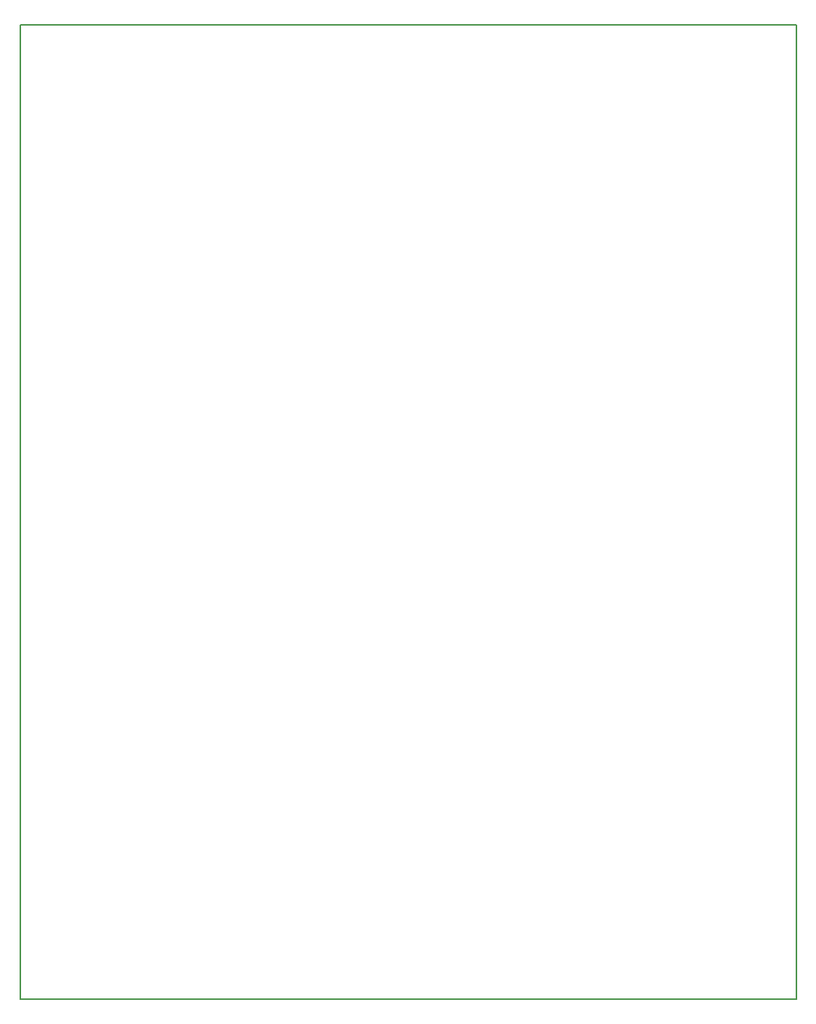
<source format=gbr>
G04 #@! TF.GenerationSoftware,KiCad,Pcbnew,(6.0.0-rc1-dev-1122-gbe0935b)*
G04 #@! TF.CreationDate,2018-11-02T12:34:24-07:00*
G04 #@! TF.ProjectId,50_matter2_comp,35305f6d-6174-4746-9572-325f636f6d70,rev?*
G04 #@! TF.SameCoordinates,Original*
G04 #@! TF.FileFunction,Profile,NP*
%FSLAX46Y46*%
G04 Gerber Fmt 4.6, Leading zero omitted, Abs format (unit mm)*
G04 Created by KiCad (PCBNEW (6.0.0-rc1-dev-1122-gbe0935b)) date Fri Nov  2 12:34:24 2018*
%MOMM*%
%LPD*%
G01*
G04 APERTURE LIST*
%ADD10C,0.150000*%
G04 APERTURE END LIST*
D10*
X193650000Y-154725000D02*
X193650000Y-45275000D01*
X106350000Y-154725000D02*
X106350000Y-45275000D01*
X106350000Y-45275000D02*
X193650000Y-45275000D01*
X106350000Y-154725000D02*
X193650000Y-154725000D01*
M02*

</source>
